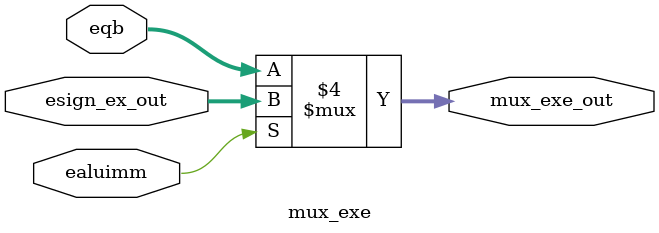
<source format=v>
    `timescale 1ns / 1ps
    
    
    module mux_exe(
        input wire [31:0] eqb,
        input wire ealuimm,
        input wire [31:0] esign_ex_out,
        output reg [31:0] mux_exe_out
        
        );
         always@(eqb,ealuimm,esign_ex_out)
           begin
           if (ealuimm == 1)
           begin 
           mux_exe_out <= esign_ex_out;
           end
           else
           begin 
           mux_exe_out <= eqb;
           end 
           end
    endmodule

</source>
